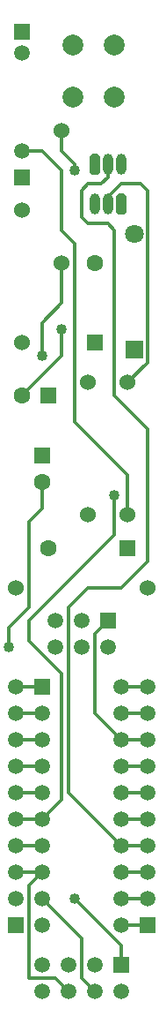
<source format=gbr>
G04 DipTrace 2.4.0.1*
%INBottom.gbr*%
%MOIN*%
%ADD13C,0.013*%
%ADD14R,0.0591X0.0591*%
%ADD15C,0.0591*%
%ADD16C,0.063*%
%ADD17R,0.063X0.063*%
%ADD18R,0.0709X0.0709*%
%ADD19C,0.0709*%
%ADD21C,0.079*%
%ADD22O,0.0394X0.0787*%
%ADD23C,0.06*%
%ADD24C,0.06*%
%ADD25C,0.04*%
%FSLAX44Y44*%
G04*
G70*
G90*
G75*
G01*
%LNBottom*%
%LPD*%
X10540Y38426D2*
D13*
Y37926D1*
X10290Y37676D1*
X9790D1*
X9540Y37426D1*
Y36426D1*
X9790Y36176D1*
X10540D1*
X10790Y35926D1*
Y29676D1*
X12040Y28426D1*
Y23426D1*
X11040Y22426D1*
X9790D1*
X9040Y21676D1*
Y14676D1*
X11040Y12676D1*
X12040D2*
X11040D1*
X8790Y32176D2*
Y31176D1*
X7290Y29676D1*
X8040Y26426D2*
Y25426D1*
X7540Y24926D1*
Y21676D1*
X6790Y20926D1*
Y20176D1*
X11040Y8176D2*
Y8926D1*
X9290Y10676D1*
X10540Y36926D2*
Y37176D1*
X11040Y37676D1*
X11790D1*
X12040Y37426D1*
Y30926D1*
X11290Y30176D1*
X7290Y38926D2*
X8040D1*
X8790Y38176D1*
Y35926D1*
X9290Y35426D1*
Y28676D1*
X11290Y26676D1*
Y25176D1*
X8790Y34676D2*
Y33176D1*
X8040Y32426D1*
Y31176D1*
X10790Y25926D2*
Y24426D1*
X7540Y21176D1*
Y20426D1*
X8790Y19176D1*
Y14426D1*
X8040Y13676D1*
X7040D1*
X10540Y21176D2*
X10040Y20676D1*
Y17676D1*
X11040Y16676D1*
X12040D2*
X11040D1*
Y17676D2*
X12040D1*
X11040Y15676D2*
X12040D1*
X7040Y18676D2*
X8040D1*
X8790Y39676D2*
Y38926D1*
X9290Y38426D1*
Y38176D1*
X12040Y18676D2*
X11040D1*
Y9676D2*
X12040D1*
X10040Y7176D2*
X9540Y7676D1*
Y9176D1*
X8040Y10676D1*
X11040D2*
X12040D1*
X9040Y7176D2*
X8540Y7676D1*
X7540D1*
Y11176D1*
X8040Y11676D1*
X7040D1*
X11040D2*
X12040D1*
X8040Y17676D2*
X7040D1*
Y16676D2*
X8040D1*
Y15676D2*
X7040D1*
Y14676D2*
X8040D1*
Y12676D2*
X7040D1*
X11040Y13676D2*
X12040D1*
Y14676D2*
X11040D1*
D25*
X8790Y32176D3*
X6790Y20176D3*
D3*
X9290Y10676D3*
X8040Y31176D3*
X10790Y25926D3*
X9290Y38176D3*
D14*
X7290Y43426D3*
D15*
Y42639D3*
D16*
X10040Y34676D3*
D17*
Y31676D3*
D16*
X8290Y23926D3*
D17*
X11290D3*
D16*
X8040Y26426D3*
D17*
Y27426D3*
X8290Y29676D3*
D16*
X7290D3*
D18*
X11540Y31426D3*
D19*
Y35777D3*
D14*
X7290Y37926D3*
D15*
Y38926D3*
D14*
X10540Y21176D3*
D15*
Y20176D3*
X9540Y21176D3*
Y20176D3*
X8540Y21176D3*
Y20176D3*
D14*
X7040Y9676D3*
D15*
Y10676D3*
Y11676D3*
Y12676D3*
Y13676D3*
Y14676D3*
Y15676D3*
Y16676D3*
Y17676D3*
Y18676D3*
D14*
X12040Y9676D3*
D15*
Y10676D3*
Y11676D3*
Y12676D3*
Y13676D3*
Y14676D3*
Y15676D3*
Y16676D3*
Y17676D3*
Y18676D3*
D14*
X11040Y8176D3*
D15*
Y7176D3*
X10040Y8176D3*
Y7176D3*
X9040Y8176D3*
Y7176D3*
X8040Y8176D3*
Y7176D3*
D21*
X10787Y42930D3*
Y40962D3*
X9213D3*
X9210Y42926D3*
G36*
X9843Y38131D2*
X9942Y38033D1*
X10138D1*
X10237Y38131D1*
Y38721D1*
X10138Y38820D1*
X9942D1*
X9843Y38721D1*
Y38131D1*
G37*
D22*
X10540Y38426D3*
X11040D3*
G36*
X11237Y37221D2*
X11138Y37320D1*
X10942D1*
X10843Y37221D1*
Y36631D1*
X10942Y36533D1*
X11138D1*
X11237Y36631D1*
Y37221D1*
G37*
D22*
X10540Y36926D3*
X10040D3*
D23*
X7290Y36676D3*
D24*
Y31676D3*
D23*
X11290Y25176D3*
D24*
Y30176D3*
D23*
X9790D3*
D24*
Y25176D3*
D23*
X8790Y39676D3*
D24*
Y34676D3*
D23*
X7040Y22426D3*
D24*
X12040D3*
D14*
X8040Y18676D3*
D15*
Y17676D3*
Y16676D3*
Y15676D3*
Y14676D3*
Y13676D3*
Y12676D3*
Y11676D3*
Y10676D3*
Y9676D3*
X11040Y18676D3*
Y17676D3*
Y16676D3*
Y15676D3*
Y14676D3*
Y13676D3*
Y12676D3*
Y11676D3*
Y10676D3*
Y9676D3*
M02*

</source>
